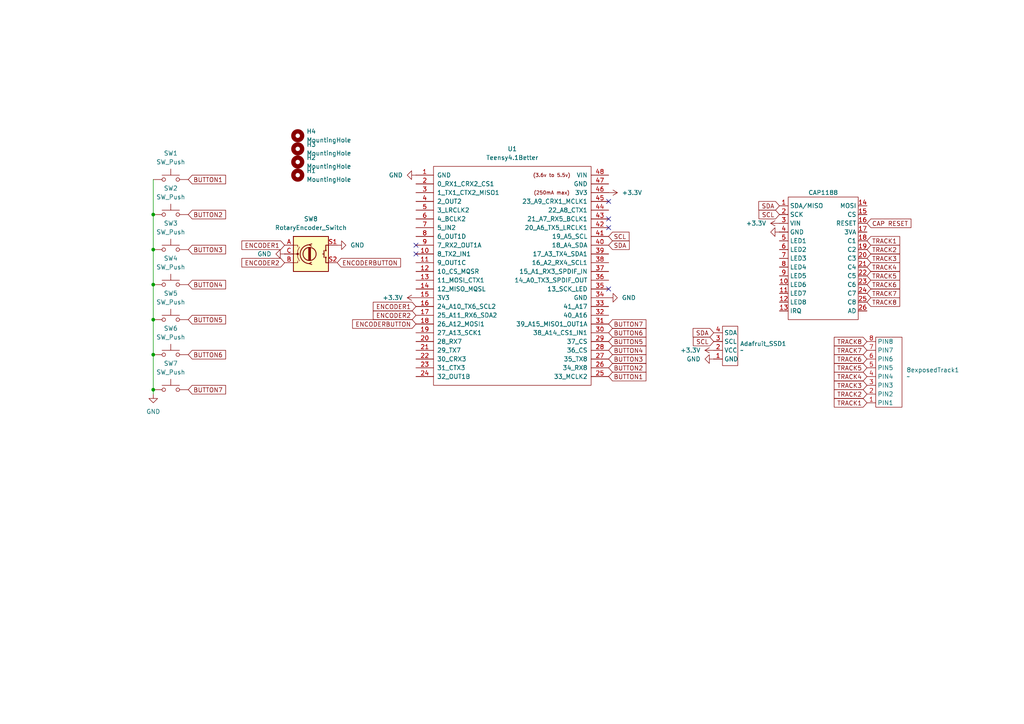
<source format=kicad_sch>
(kicad_sch (version 20231120) (generator "eeschema") (generator_version "8.0")
  (paper "A4")
  (lib_symbols
    (symbol "Device:RotaryEncoder_Switch" (pin_names (offset 0.254) hide)
      (property "Reference" "SW" (at 0 6.604 0))
      (property "Value" "RotaryEncoder_Switch" (at 0 -6.604 0))
      (symbol "RotaryEncoder_Switch_0_1"
        (rectangle (start -5.08 5.08) (end 5.08 -5.08) (stroke (width 0.254)) (fill (type background)))
        (circle (center -3.81 0) (radius 0.254) (fill (type outline)))
        (circle (center -0.381 0) (radius 1.905) (stroke (width 0.254)))
        (arc (start -0.381 2.667) (mid -3.0988 -0.0635) (end -0.381 -2.794) (stroke (width 0.254)))
        (polyline (pts (xy -0.635 -1.778) (xy -0.635 1.778)) (stroke (width 0.254)))
        (polyline (pts (xy -0.381 -1.778) (xy -0.381 1.778)) (stroke (width 0.254)))
        (polyline (pts (xy -0.127 1.778) (xy -0.127 -1.778)) (stroke (width 0.254)))
        (polyline (pts (xy 3.81 0) (xy 3.429 0)) (stroke (width 0.254)))
        (polyline (pts (xy 3.81 1.016) (xy 3.81 -1.016)) (stroke (width 0.254)))
        (polyline (pts (xy -5.08 -2.54) (xy -3.81 -2.54) (xy -3.81 -2.032)))
        (polyline (pts (xy -5.08 2.54) (xy -3.81 2.54) (xy -3.81 2.032)))
        (polyline (pts (xy 0.254 -3.048) (xy -0.508 -2.794) (xy 0.127 -2.413)) (stroke (width 0.254)))
        (polyline (pts (xy 0.254 2.921) (xy -0.508 2.667) (xy 0.127 2.286)) (stroke (width 0.254)))
        (polyline (pts (xy 5.08 -2.54) (xy 4.318 -2.54) (xy 4.318 -1.016)) (stroke (width 0.254)))
        (polyline (pts (xy 5.08 2.54) (xy 4.318 2.54) (xy 4.318 1.016)) (stroke (width 0.254)))
        (polyline (pts (xy -5.08 0) (xy -3.81 0) (xy -3.81 -1.016) (xy -3.302 -2.032)))
        (polyline (pts (xy -4.318 0) (xy -3.81 0) (xy -3.81 1.016) (xy -3.302 2.032)))
        (circle (center 4.318 -1.016) (radius 0.127) (stroke (width 0.254)))
        (circle (center 4.318 1.016) (radius 0.127) (stroke (width 0.254)))
      )
      (symbol "RotaryEncoder_Switch_1_1"
        (pin passive line (at -7.62 2.54 0) (length 2.54) (name "A") (number "A"))
        (pin passive line (at -7.62 -2.54 0) (length 2.54) (name "B") (number "B"))
        (pin passive line (at -7.62 0 0) (length 2.54) (name "C") (number "C"))
        (pin passive line (at 7.62 2.54 180) (length 2.54) (name "S1") (number "S1"))
        (pin passive line (at 7.62 -2.54 180) (length 2.54) (name "S2") (number "S2"))
      )
    )
    (symbol "Mechanical:MountingHole" (pin_names (offset 1.016)) (exclude_from_sim yes) (in_bom no)
      (property "Reference" "H" (at 0 5.08 0))
      (property "Value" "MountingHole" (at 0 3.175 0))
      (symbol "MountingHole_0_1"
        (circle (center 0 0) (radius 1.27) (stroke (width 1.27)))
      )
    )
    (symbol "Switch:SW_Push" (pin_numbers hide) (pin_names (offset 1.016) hide)
      (property "Reference" "SW" (at 1.27 2.54 0))
      (property "Value" "SW_Push" (at 0 -1.524 0))
      (symbol "SW_Push_0_1"
        (circle (center -2.032 0) (radius 0.508))
        (polyline (pts (xy 0 1.27) (xy 0 3.048)))
        (polyline (pts (xy 2.54 1.27) (xy -2.54 1.27)))
        (circle (center 2.032 0) (radius 0.508))
        (pin passive line (at -5.08 0 0) (length 2.54) (name "1") (number "1"))
        (pin passive line (at 5.08 0 180) (length 2.54) (name "2") (number "2"))
      )
    )
    (symbol "kiyokoLibraries:8exposedTrack"
      (property "Reference" "8exposedTrack" (at 0 -2.286 0))
      (symbol "8exposedTrack_0_1"
        (rectangle (start -10.16 3.81) (end 10.16 -3.81))
      )
      (symbol "8exposedTrack_1_1"
        (pin bidirectional line (at -8.89 6.35 270) (length 2.54) (name "PIN1") (number "1"))
        (pin bidirectional line (at -6.35 6.35 270) (length 2.54) (name "PIN2") (number "2"))
        (pin bidirectional line (at -3.81 6.35 270) (length 2.54) (name "PIN3") (number "3"))
        (pin bidirectional line (at -1.27 6.35 270) (length 2.54) (name "PIN4") (number "4"))
        (pin bidirectional line (at 1.27 6.35 270) (length 2.54) (name "PIN5") (number "5"))
        (pin bidirectional line (at 3.81 6.35 270) (length 2.54) (name "PIN6") (number "6"))
        (pin bidirectional line (at 6.35 6.35 270) (length 2.54) (name "PIN7") (number "7"))
        (pin bidirectional line (at 8.89 6.35 270) (length 2.54) (name "PIN8") (number "8"))
      )
    )
    (symbol "kiyokoLibraries:Adafruit_SSD1306"
      (property "Reference" "Adafruit_SSD1306" (at 0 -3.302 0))
      (symbol "Adafruit_SSD1306_0_1"
        (rectangle (start -5.715 2.54) (end 5.715 -1.905))
      )
      (symbol "Adafruit_SSD1306_1_1"
        (pin power_out line (at -3.81 5.08 270) (length 2.54) (name "GND") (number "1"))
        (pin power_in line (at -1.27 5.08 270) (length 2.54) (name "VCC") (number "2"))
        (pin tri_state line (at 1.27 5.08 270) (length 2.54) (name "SCL") (number "3"))
        (pin bidirectional line (at 3.81 5.08 270) (length 2.54) (name "SDA") (number "4"))
      )
    )
    (symbol "kiyokoLibraries:CAP1188_Breakout"
      (property "Reference" "U" (at 0 0 0))
      (symbol "CAP1188_Breakout_0_1"
        (rectangle (start -10.16 17.78) (end 10.16 -17.78))
      )
      (symbol "CAP1188_Breakout_1_1"
        (pin bidirectional line (at -12.7 15.24 0) (length 2.54) (name "SDA/MISO") (number "1"))
        (pin input line (at -12.7 -7.62 0) (length 2.54) (name "LED6") (number "10"))
        (pin input line (at -12.7 -10.16 0) (length 2.54) (name "LED7") (number "11"))
        (pin input line (at -12.7 -12.7 0) (length 2.54) (name "LED8") (number "12"))
        (pin input line (at -12.7 -15.24 0) (length 2.54) (name "IRQ") (number "13"))
        (pin bidirectional line (at 12.7 15.24 180) (length 2.54) (name "MOSI") (number "14"))
        (pin input line (at 12.7 12.7 180) (length 2.54) (name "CS") (number "15"))
        (pin input line (at 12.7 10.16 180) (length 2.54) (name "RESET") (number "16"))
        (pin power_out line (at 12.7 7.62 180) (length 2.54) (name "3VA") (number "17"))
        (pin input line (at 12.7 5.08 180) (length 2.54) (name "C1") (number "18"))
        (pin input line (at 12.7 2.54 180) (length 2.54) (name "C2") (number "19"))
        (pin input line (at -12.7 12.7 0) (length 2.54) (name "SCK") (number "2"))
        (pin input line (at 12.7 0 180) (length 2.54) (name "C3") (number "20"))
        (pin input line (at 12.7 -2.54 180) (length 2.54) (name "C4") (number "21"))
        (pin input line (at 12.7 -5.08 180) (length 2.54) (name "C5") (number "22"))
        (pin input line (at 12.7 -7.62 180) (length 2.54) (name "C6") (number "23"))
        (pin input line (at 12.7 -10.16 180) (length 2.54) (name "C7") (number "24"))
        (pin input line (at 12.7 -12.7 180) (length 2.54) (name "C8") (number "25"))
        (pin input line (at 12.7 -15.24 180) (length 2.54) (name "AD") (number "26"))
        (pin power_in line (at -12.7 10.16 0) (length 2.54) (name "VIN") (number "3"))
        (pin power_in line (at -12.7 7.62 0) (length 2.54) (name "GND") (number "4"))
        (pin input line (at -12.7 5.08 0) (length 2.54) (name "LED1") (number "5"))
        (pin input line (at -12.7 2.54 0) (length 2.54) (name "LED2") (number "6"))
        (pin input line (at -12.7 0 0) (length 2.54) (name "LED3") (number "7"))
        (pin input line (at -12.7 -2.54 0) (length 2.54) (name "LED4") (number "8"))
        (pin input line (at -12.7 -5.08 0) (length 2.54) (name "LED5") (number "9"))
      )
    )
    (symbol "power:+3.3V" (power) (pin_numbers hide) (pin_names (offset 0) hide)
      (property "Value" "+3.3V" (at 0 3.556 0))
      (symbol "+3.3V_0_1"
        (polyline (pts (xy -0.762 1.27) (xy 0 2.54)))
        (polyline (pts (xy 0 0) (xy 0 2.54)))
        (polyline (pts (xy 0 2.54) (xy 0.762 1.27)))
      )
      (symbol "+3.3V_1_1"
        (pin power_in line (at 0 0 90) (length 0) (name "~") (number "1"))
      )
    )
    (symbol "power:GND" (power) (pin_numbers hide) (pin_names (offset 0) hide)
      (property "Value" "GND" (at 0 -3.81 0))
      (symbol "GND_0_1"
        (polyline (pts (xy 0 0) (xy 0 -1.27) (xy 1.27 -1.27) (xy 0 -2.54) (xy -1.27 -1.27) (xy 0 -1.27)))
      )
      (symbol "GND_1_1"
        (pin power_in line (at 0 0 270) (length 0) (name "~") (number "1"))
      )
    )
    (symbol "teensy:Teensy4.1Better" (pin_names (offset 1.016))
      (property "Reference" "U" (at 0 61.976 0))
      (property "Value" "Teensy4.1Better" (at 0 59.944 0))
      (symbol "Teensy4.1Better_0_0"
        (text "(250mA max)" (at 11.43 49.53 0) (effects (font (size 1.016 1.016))))
        (text "(3.6v to 5.5v)" (at 11.43 54.61 0) (effects (font (size 1.016 1.016))))
        (pin bidirectional line (at -27.94 31.75 0) (length 5.08) (name "8_TX2_IN1") (number "10"))
        (pin bidirectional line (at -27.94 29.21 0) (length 5.08) (name "9_OUT1C") (number "11"))
        (pin bidirectional line (at -27.94 26.67 0) (length 5.08) (name "10_CS_MQSR") (number "12"))
        (pin bidirectional line (at -27.94 24.13 0) (length 5.08) (name "11_MOSI_CTX1") (number "13"))
        (pin bidirectional line (at -27.94 21.59 0) (length 5.08) (name "12_MISO_MQSL") (number "14"))
        (pin power_in line (at -27.94 19.05 0) (length 5.08) (name "3V3") (number "15"))
        (pin bidirectional line (at -27.94 16.51 0) (length 5.08) (name "24_A10_TX6_SCL2") (number "16"))
        (pin bidirectional line (at -27.94 13.97 0) (length 5.08) (name "25_A11_RX6_SDA2") (number "17"))
        (pin bidirectional line (at -27.94 11.43 0) (length 5.08) (name "26_A12_MOSI1") (number "18"))
        (pin bidirectional line (at -27.94 8.89 0) (length 5.08) (name "27_A13_SCK1") (number "19"))
        (pin bidirectional line (at -27.94 6.35 0) (length 5.08) (name "28_RX7") (number "20"))
        (pin bidirectional line (at -27.94 3.81 0) (length 5.08) (name "29_TX7") (number "21"))
        (pin bidirectional line (at -27.94 1.27 0) (length 5.08) (name "30_CRX3") (number "22"))
        (pin bidirectional line (at -27.94 -1.27 0) (length 5.08) (name "31_CTX3") (number "23"))
        (pin bidirectional line (at -27.94 -3.81 0) (length 5.08) (name "32_OUT1B") (number "24"))
        (pin bidirectional line (at 27.94 -3.81 180) (length 5.08) (name "33_MCLK2") (number "25"))
        (pin bidirectional line (at 27.94 -1.27 180) (length 5.08) (name "34_RX8") (number "26"))
        (pin bidirectional line (at 27.94 1.27 180) (length 5.08) (name "35_TX8") (number "27"))
        (pin bidirectional line (at 27.94 3.81 180) (length 5.08) (name "36_CS") (number "28"))
        (pin bidirectional line (at 27.94 6.35 180) (length 5.08) (name "37_CS") (number "29"))
        (pin bidirectional line (at 27.94 13.97 180) (length 5.08) (name "40_A16") (number "32"))
        (pin bidirectional line (at 27.94 16.51 180) (length 5.08) (name "41_A17") (number "33"))
        (pin bidirectional line (at 27.94 21.59 180) (length 5.08) (name "13_SCK_LED") (number "35"))
        (pin bidirectional line (at 27.94 24.13 180) (length 5.08) (name "14_A0_TX3_SPDIF_OUT") (number "36"))
        (pin bidirectional line (at 27.94 26.67 180) (length 5.08) (name "15_A1_RX3_SPDIF_IN") (number "37"))
        (pin bidirectional line (at 27.94 29.21 180) (length 5.08) (name "16_A2_RX4_SCL1") (number "38"))
        (pin bidirectional line (at 27.94 31.75 180) (length 5.08) (name "17_A3_TX4_SDA1") (number "39"))
        (pin bidirectional line (at 27.94 34.29 180) (length 5.08) (name "18_A4_SDA") (number "40"))
        (pin bidirectional line (at 27.94 36.83 180) (length 5.08) (name "19_A5_SCL") (number "41"))
        (pin bidirectional line (at 27.94 39.37 180) (length 5.08) (name "20_A6_TX5_LRCLK1") (number "42"))
        (pin bidirectional line (at 27.94 41.91 180) (length 5.08) (name "21_A7_RX5_BCLK1") (number "43"))
        (pin bidirectional line (at 27.94 44.45 180) (length 5.08) (name "22_A8_CTX1") (number "44"))
        (pin bidirectional line (at 27.94 46.99 180) (length 5.08) (name "23_A9_CRX1_MCLK1") (number "45"))
        (pin output line (at 27.94 49.53 180) (length 5.08) (name "3V3") (number "46"))
        (pin output line (at 27.94 52.07 180) (length 5.08) (name "GND") (number "47"))
        (pin power_in line (at 27.94 54.61 180) (length 5.08) (name "VIN") (number "48"))
        (pin bidirectional line (at -27.94 44.45 0) (length 5.08) (name "3_LRCLK2") (number "5"))
        (pin bidirectional line (at -27.94 41.91 0) (length 5.08) (name "4_BCLK2") (number "6"))
        (pin bidirectional line (at -27.94 39.37 0) (length 5.08) (name "5_IN2") (number "7"))
        (pin bidirectional line (at -27.94 36.83 0) (length 5.08) (name "6_OUT1D") (number "8"))
        (pin bidirectional line (at -27.94 34.29 0) (length 5.08) (name "7_RX2_OUT1A") (number "9"))
      )
      (symbol "Teensy4.1Better_0_1"
        (rectangle (start -22.86 57.15) (end 22.86 -6.35))
        (rectangle (start -20.32 -1.27) (end -20.32 -1.27))
      )
      (symbol "Teensy4.1Better_1_0"
        (pin bidirectional line (at 27.94 8.89 180) (length 5.08) (name "38_A14_CS1_IN1") (number "30"))
        (pin bidirectional line (at 27.94 11.43 180) (length 5.08) (name "39_A15_MISO1_OUT1A") (number "31"))
      )
      (symbol "Teensy4.1Better_1_1"
        (pin power_in line (at -27.94 54.61 0) (length 5.08) (name "GND") (number "1"))
        (pin bidirectional line (at -27.94 52.07 0) (length 5.08) (name "0_RX1_CRX2_CS1") (number "2"))
        (pin bidirectional line (at -27.94 49.53 0) (length 5.08) (name "1_TX1_CTX2_MISO1") (number "3"))
        (pin power_in line (at 27.94 19.05 180) (length 5.08) (name "GND") (number "34"))
        (pin bidirectional line (at -27.94 46.99 0) (length 5.08) (name "2_OUT2") (number "4"))
      )
    )
  )
  (junction (at 44.45 113.03))
  (junction (at 44.45 92.71))
  (junction (at 44.45 102.87))
  (junction (at 44.45 72.39))
  (junction (at 44.45 62.23))
  (junction (at 44.45 82.55))
  (no_connect (at 176.53 58.42))
  (no_connect (at 176.53 66.04))
  (no_connect (at 120.65 71.12))
  (no_connect (at 120.65 73.66))
  (no_connect (at 176.53 83.82))
  (no_connect (at 176.53 63.5))
  (wire (pts (xy 44.45 62.23) (xy 44.45 72.39)))
  (wire (pts (xy 44.45 52.07) (xy 44.45 62.23)))
  (wire (pts (xy 44.45 82.55) (xy 44.45 92.71)))
  (wire (pts (xy 44.45 113.03) (xy 44.45 114.3)))
  (wire (pts (xy 44.45 102.87) (xy 44.45 113.03)))
  (wire (pts (xy 44.45 72.39) (xy 44.45 82.55)))
  (wire (pts (xy 44.45 92.71) (xy 44.45 102.87)))
  (global_label "BUTTON1" (shape input) (at 54.61 52.07 0) (property "Intersheetrefs" "${INTERSHEET_REFS}" (effects (hide yes))))
  (global_label "SDA" (shape input) (at 226.06 59.69 180) (property "Intersheetrefs" "${INTERSHEET_REFS}" (effects (hide yes))))
  (global_label "BUTTON3" (shape input) (at 176.53 104.14 0) (property "Intersheetrefs" "${INTERSHEET_REFS}" (effects (hide yes))))
  (global_label "ENCODER1" (shape input) (at 120.65 88.9 180) (property "Intersheetrefs" "${INTERSHEET_REFS}" (effects (hide yes))))
  (global_label "TRACK7" (shape input) (at 251.46 85.09 0) (property "Intersheetrefs" "${INTERSHEET_REFS}" (effects (hide yes))))
  (global_label "BUTTON2" (shape input) (at 54.61 62.23 0) (property "Intersheetrefs" "${INTERSHEET_REFS}" (effects (hide yes))))
  (global_label "ENCODERBUTTON" (shape input) (at 97.79 76.2 0) (property "Intersheetrefs" "${INTERSHEET_REFS}" (effects (hide yes))))
  (global_label "TRACK2" (shape input) (at 251.46 72.39 0) (property "Intersheetrefs" "${INTERSHEET_REFS}" (effects (hide yes))))
  (global_label "SCL" (shape input) (at 207.01 99.06 180) (property "Intersheetrefs" "${INTERSHEET_REFS}" (effects (hide yes))))
  (global_label "TRACK4" (shape input) (at 251.46 77.47 0) (property "Intersheetrefs" "${INTERSHEET_REFS}" (effects (hide yes))))
  (global_label "ENCODERBUTTON" (shape input) (at 120.65 93.98 180) (property "Intersheetrefs" "${INTERSHEET_REFS}" (effects (hide yes))))
  (global_label "TRACK2" (shape input) (at 251.46 114.3 180) (property "Intersheetrefs" "${INTERSHEET_REFS}" (effects (hide yes))))
  (global_label "SCL" (shape input) (at 176.53 68.58 0) (property "Intersheetrefs" "${INTERSHEET_REFS}" (effects (hide yes))))
  (global_label "SDA" (shape input) (at 176.53 71.12 0) (property "Intersheetrefs" "${INTERSHEET_REFS}" (effects (hide yes))))
  (global_label "BUTTON7" (shape input) (at 176.53 93.98 0) (property "Intersheetrefs" "${INTERSHEET_REFS}" (effects (hide yes))))
  (global_label "TRACK1" (shape input) (at 251.46 116.84 180) (property "Intersheetrefs" "${INTERSHEET_REFS}" (effects (hide yes))))
  (global_label "TRACK8" (shape input) (at 251.46 87.63 0) (property "Intersheetrefs" "${INTERSHEET_REFS}" (effects (hide yes))))
  (global_label "BUTTON2" (shape input) (at 176.53 106.68 0) (property "Intersheetrefs" "${INTERSHEET_REFS}" (effects (hide yes))))
  (global_label "ENCODER1" (shape input) (at 82.55 71.12 180) (property "Intersheetrefs" "${INTERSHEET_REFS}" (effects (hide yes))))
  (global_label "ENCODER2" (shape input) (at 82.55 76.2 180) (property "Intersheetrefs" "${INTERSHEET_REFS}" (effects (hide yes))))
  (global_label "BUTTON7" (shape input) (at 54.61 113.03 0) (property "Intersheetrefs" "${INTERSHEET_REFS}" (effects (hide yes))))
  (global_label "BUTTON5" (shape input) (at 54.61 92.71 0) (property "Intersheetrefs" "${INTERSHEET_REFS}" (effects (hide yes))))
  (global_label "BUTTON3" (shape input) (at 54.61 72.39 0) (property "Intersheetrefs" "${INTERSHEET_REFS}" (effects (hide yes))))
  (global_label "TRACK3" (shape input) (at 251.46 111.76 180) (property "Intersheetrefs" "${INTERSHEET_REFS}" (effects (hide yes))))
  (global_label "SCL" (shape input) (at 226.06 62.23 180) (property "Intersheetrefs" "${INTERSHEET_REFS}" (effects (hide yes))))
  (global_label "TRACK4" (shape input) (at 251.46 109.22 180) (property "Intersheetrefs" "${INTERSHEET_REFS}" (effects (hide yes))))
  (global_label "ENCODER2" (shape input) (at 120.65 91.44 180) (property "Intersheetrefs" "${INTERSHEET_REFS}" (effects (hide yes))))
  (global_label "BUTTON4" (shape input) (at 54.61 82.55 0) (property "Intersheetrefs" "${INTERSHEET_REFS}" (effects (hide yes))))
  (global_label "BUTTON5" (shape input) (at 176.53 99.06 0) (property "Intersheetrefs" "${INTERSHEET_REFS}" (effects (hide yes))))
  (global_label "SDA" (shape input) (at 207.01 96.52 180) (property "Intersheetrefs" "${INTERSHEET_REFS}" (effects (hide yes))))
  (global_label "TRACK7" (shape input) (at 251.46 101.6 180) (property "Intersheetrefs" "${INTERSHEET_REFS}" (effects (hide yes))))
  (global_label "BUTTON1" (shape input) (at 176.53 109.22 0) (property "Intersheetrefs" "${INTERSHEET_REFS}" (effects (hide yes))))
  (global_label "TRACK5" (shape input) (at 251.46 106.68 180) (property "Intersheetrefs" "${INTERSHEET_REFS}" (effects (hide yes))))
  (global_label "TRACK3" (shape input) (at 251.46 74.93 0) (property "Intersheetrefs" "${INTERSHEET_REFS}" (effects (hide yes))))
  (global_label "TRACK6" (shape input) (at 251.46 104.14 180) (property "Intersheetrefs" "${INTERSHEET_REFS}" (effects (hide yes))))
  (global_label "TRACK1" (shape input) (at 251.46 69.85 0) (property "Intersheetrefs" "${INTERSHEET_REFS}" (effects (hide yes))))
  (global_label "TRACK8" (shape input) (at 251.46 99.06 180) (property "Intersheetrefs" "${INTERSHEET_REFS}" (effects (hide yes))))
  (global_label "TRACK5" (shape input) (at 251.46 80.01 0) (property "Intersheetrefs" "${INTERSHEET_REFS}" (effects (hide yes))))
  (global_label "BUTTON6" (shape input) (at 176.53 96.52 0) (property "Intersheetrefs" "${INTERSHEET_REFS}" (effects (hide yes))))
  (global_label "BUTTON6" (shape input) (at 54.61 102.87 0) (property "Intersheetrefs" "${INTERSHEET_REFS}" (effects (hide yes))))
  (global_label "BUTTON4" (shape input) (at 176.53 101.6 0) (property "Intersheetrefs" "${INTERSHEET_REFS}" (effects (hide yes))))
  (global_label "TRACK6" (shape input) (at 251.46 82.55 0) (property "Intersheetrefs" "${INTERSHEET_REFS}" (effects (hide yes))))
  (global_label "CAP RESET" (shape input) (at 251.46 64.77 0) (property "Intersheetrefs" "${INTERSHEET_REFS}" (effects (hide yes))))
  (symbol (lib_id "Switch:SW_Push") (at 49.53 62.23 0) (unit 1)
    (property "Reference" "SW2" (at 49.53 54.61 0))
    (property "Value" "SW_Push" (at 49.53 57.15 0))
    (property "Footprint" "Button_Switch_Keyboard:SW_Cherry_MX_1.00u_PCB" (effects (hide yes)))
    (property "Description" "Push button switch, generic, two pins" (effects (hide yes)))
  )
  (symbol (lib_id "kiyokoLibraries:8exposedTrack") (at 257.81 107.95 90) (unit 1)
    (property "Reference" "8exposedTrack1" (at 262.89 107.3149 90) (effects (justify right)))
    (property "Value" "~" (at 262.89 109.22 90) (effects (justify right)))
    (property "Footprint" "kiyokoFootprints:8touchCapacitiveTouch" (effects (hide yes)))
  )
  (symbol (lib_id "power:+3.3V") (at 226.06 64.77 90) (unit 1)
    (property "Reference" "#PWR08" (effects (hide yes)))
    (property "Value" "+3.3V" (at 222.25 64.7699 90) (effects (justify left)))
    (property "Description" "Power symbol creates a global label with name \"+3.3V\"" (effects (hide yes)))
  )
  (symbol (lib_id "power:GND") (at 97.79 71.12 90) (unit 1)
    (property "Reference" "#PWR07" (effects (hide yes)))
    (property "Value" "GND" (at 101.6 71.1199 90) (effects (justify right)))
    (property "Description" "Power symbol creates a global label with name \"GND\" , ground" (effects (hide yes)))
  )
  (symbol (lib_id "power:GND") (at 207.01 104.14 270) (unit 1)
    (property "Reference" "#PWR013" (effects (hide yes)))
    (property "Value" "GND" (at 203.2 104.1399 90) (effects (justify right)))
    (property "Description" "Power symbol creates a global label with name \"GND\" , ground" (effects (hide yes)))
  )
  (symbol (lib_id "power:+3.3V") (at 120.65 86.36 90) (unit 1)
    (property "Reference" "#PWR04" (effects (hide yes)))
    (property "Value" "+3.3V" (at 116.84 86.3599 90) (effects (justify left)))
    (property "Description" "Power symbol creates a global label with name \"+3.3V\"" (effects (hide yes)))
  )
  (symbol (lib_id "Switch:SW_Push") (at 49.53 52.07 0) (unit 1)
    (property "Reference" "SW1" (at 49.53 44.45 0))
    (property "Value" "SW_Push" (at 49.53 46.99 0))
    (property "Footprint" "Button_Switch_Keyboard:SW_Cherry_MX_1.00u_PCB" (effects (hide yes)))
    (property "Description" "Push button switch, generic, two pins" (effects (hide yes)))
  )
  (symbol (lib_id "power:GND") (at 44.45 114.3 0) (unit 1)
    (property "Reference" "#PWR05" (effects (hide yes)))
    (property "Value" "GND" (at 44.45 119.38 0))
    (property "Description" "Power symbol creates a global label with name \"GND\" , ground" (effects (hide yes)))
  )
  (symbol (lib_id "power:+3.3V") (at 176.53 55.88 270) (unit 1)
    (property "Reference" "#PWR03" (effects (hide yes)))
    (property "Value" "+3.3V" (at 180.34 55.8799 90) (effects (justify left)))
    (property "Description" "Power symbol creates a global label with name \"+3.3V\"" (effects (hide yes)))
  )
  (symbol (lib_id "Mechanical:MountingHole") (at 86.36 50.8 0) (unit 1) (exclude_from_sim yes) (in_bom no)
    (property "Reference" "H1" (at 88.9 49.5299 0) (effects (justify left)))
    (property "Value" "MountingHole" (at 88.9 52.0699 0) (effects (justify left)))
    (property "Footprint" "MountingHole:MountingHole_2.7mm_M2.5" (effects (hide yes)))
    (property "Description" "Mounting Hole without connection" (effects (hide yes)))
  )
  (symbol (lib_id "teensy:Teensy4.1Better") (at 148.59 105.41 0) (unit 1)
    (property "Reference" "U1" (at 148.59 43.18 0))
    (property "Value" "Teensy4.1Better" (at 148.59 45.72 0))
    (property "Footprint" "teensy:Teensy41Better" (effects (hide yes)))
  )
  (symbol (lib_id "Mechanical:MountingHole") (at 86.36 39.37 0) (unit 1) (exclude_from_sim yes) (in_bom no)
    (property "Reference" "H4" (at 88.9 38.0999 0) (effects (justify left)))
    (property "Value" "MountingHole" (at 88.9 40.6399 0) (effects (justify left)))
    (property "Footprint" "MountingHole:MountingHole_2.7mm_M2.5" (effects (hide yes)))
    (property "Description" "Mounting Hole without connection" (effects (hide yes)))
  )
  (symbol (lib_id "Switch:SW_Push") (at 49.53 102.87 0) (unit 1)
    (property "Reference" "SW6" (at 49.53 95.25 0))
    (property "Value" "SW_Push" (at 49.53 97.79 0))
    (property "Footprint" "Button_Switch_Keyboard:SW_Cherry_MX_1.00u_PCB" (effects (hide yes)))
    (property "Description" "Push button switch, generic, two pins" (effects (hide yes)))
  )
  (symbol (lib_id "power:GND") (at 120.65 50.8 270) (unit 1)
    (property "Reference" "#PWR01" (effects (hide yes)))
    (property "Value" "GND" (at 116.84 50.7999 90) (effects (justify right)))
    (property "Description" "Power symbol creates a global label with name \"GND\" , ground" (effects (hide yes)))
  )
  (symbol (lib_id "Switch:SW_Push") (at 49.53 82.55 0) (unit 1)
    (property "Reference" "SW4" (at 49.53 74.93 0))
    (property "Value" "SW_Push" (at 49.53 77.47 0))
    (property "Footprint" "Button_Switch_Keyboard:SW_Cherry_MX_1.00u_PCB" (effects (hide yes)))
    (property "Description" "Push button switch, generic, two pins" (effects (hide yes)))
  )
  (symbol (lib_id "kiyokoLibraries:CAP1188_Breakout") (at 238.76 74.93 0) (unit 1)
    (property "Reference" "adafruit1" (effects (hide yes)))
    (property "Value" "CAP1188" (at 238.76 55.88 0))
    (property "Footprint" "kiyokoFootprints:CAP1188 BREAKOUT" (effects (hide yes)))
  )
  (symbol (lib_id "Mechanical:MountingHole") (at 86.36 46.99 0) (unit 1) (exclude_from_sim yes) (in_bom no)
    (property "Reference" "H2" (at 88.9 45.7199 0) (effects (justify left)))
    (property "Value" "MountingHole" (at 88.9 48.2599 0) (effects (justify left)))
    (property "Footprint" "MountingHole:MountingHole_2.7mm_M2.5" (effects (hide yes)))
    (property "Description" "Mounting Hole without connection" (effects (hide yes)))
  )
  (symbol (lib_id "power:+3.3V") (at 207.01 101.6 90) (unit 1)
    (property "Reference" "#PWR012" (effects (hide yes)))
    (property "Value" "+3.3V" (at 203.2 101.5999 90) (effects (justify left)))
    (property "Description" "Power symbol creates a global label with name \"+3.3V\"" (effects (hide yes)))
  )
  (symbol (lib_id "Switch:SW_Push") (at 49.53 113.03 0) (unit 1)
    (property "Reference" "SW7" (at 49.53 105.41 0))
    (property "Value" "SW_Push" (at 49.53 107.95 0))
    (property "Footprint" "Button_Switch_Keyboard:SW_Cherry_MX_1.00u_PCB" (effects (hide yes)))
    (property "Description" "Push button switch, generic, two pins" (effects (hide yes)))
  )
  (symbol (lib_id "power:GND") (at 226.06 67.31 270) (unit 1)
    (property "Reference" "#PWR09" (effects (hide yes)))
    (property "Value" "GND" (effects (hide yes)))
    (property "Description" "Power symbol creates a global label with name \"GND\" , ground" (effects (hide yes)))
  )
  (symbol (lib_id "power:GND") (at 176.53 86.36 90) (unit 1)
    (property "Reference" "#PWR02" (effects (hide yes)))
    (property "Value" "GND" (at 180.34 86.3599 90) (effects (justify right)))
    (property "Description" "Power symbol creates a global label with name \"GND\" , ground" (effects (hide yes)))
  )
  (symbol (lib_id "kiyokoLibraries:Adafruit_SSD1306") (at 212.09 100.33 90) (unit 1)
    (property "Reference" "Adafruit_SSD1" (at 214.63 99.6949 90) (effects (justify right)))
    (property "Value" "~" (at 214.63 101.6 90) (effects (justify right)))
    (property "Footprint" "Steve:OLED_From_Amazon" (effects (hide yes)))
  )
  (symbol (lib_id "power:GND") (at 82.55 73.66 270) (unit 1)
    (property "Reference" "#PWR06" (effects (hide yes)))
    (property "Value" "GND" (at 78.74 73.6599 90) (effects (justify right)))
    (property "Description" "Power symbol creates a global label with name \"GND\" , ground" (effects (hide yes)))
  )
  (symbol (lib_id "Switch:SW_Push") (at 49.53 92.71 0) (unit 1)
    (property "Reference" "SW5" (at 49.53 85.09 0))
    (property "Value" "SW_Push" (at 49.53 87.63 0))
    (property "Footprint" "Button_Switch_Keyboard:SW_Cherry_MX_1.00u_PCB" (effects (hide yes)))
    (property "Description" "Push button switch, generic, two pins" (effects (hide yes)))
  )
  (symbol (lib_id "Device:RotaryEncoder_Switch") (at 90.17 73.66 0) (unit 1)
    (property "Reference" "SW8" (at 90.17 63.5 0))
    (property "Value" "RotaryEncoder_Switch" (at 90.17 66.04 0))
    (property "Footprint" "Rotary_Encoder:RotaryEncoder_Alps_EC12E-Switch_Vertical_H20mm" (effects (hide yes)))
    (property "Description" "Rotary encoder, dual channel, incremental quadrate outputs, with switch" (effects (hide yes)))
  )
  (symbol (lib_id "Switch:SW_Push") (at 49.53 72.39 0) (unit 1)
    (property "Reference" "SW3" (at 49.53 64.77 0))
    (property "Value" "SW_Push" (at 49.53 67.31 0))
    (property "Footprint" "Button_Switch_Keyboard:SW_Cherry_MX_1.00u_PCB" (effects (hide yes)))
    (property "Description" "Push button switch, generic, two pins" (effects (hide yes)))
  )
  (symbol (lib_id "Mechanical:MountingHole") (at 86.36 43.18 0) (unit 1) (exclude_from_sim yes) (in_bom no)
    (property "Reference" "H3" (at 88.9 41.9099 0) (effects (justify left)))
    (property "Value" "MountingHole" (at 88.9 44.4499 0) (effects (justify left)))
    (property "Footprint" "MountingHole:MountingHole_2.7mm_M2.5" (effects (hide yes)))
    (property "Description" "Mounting Hole without connection" (effects (hide yes)))
  )
)
</source>
